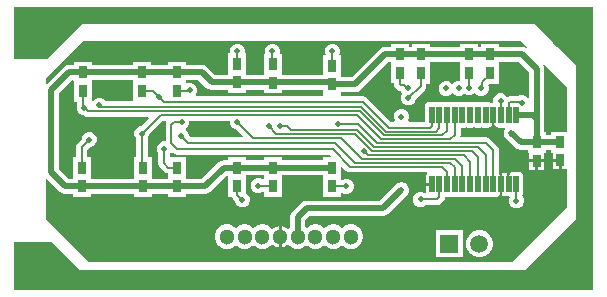
<source format=gbl>
G04*
G04 #@! TF.GenerationSoftware,Altium Limited,Altium Designer,23.10.1 (27)*
G04*
G04 Layer_Physical_Order=2*
G04 Layer_Color=16711680*
%FSLAX25Y25*%
%MOIN*%
G70*
G04*
G04 #@! TF.SameCoordinates,D0F96BE9-EE4C-402D-8CE8-E6F0CD5897FE*
G04*
G04*
G04 #@! TF.FilePolarity,Positive*
G04*
G01*
G75*
%ADD21R,0.03000X0.04000*%
%ADD33C,0.00800*%
%ADD35C,0.02000*%
%ADD36C,0.05118*%
%ADD37R,0.05906X0.05906*%
%ADD38C,0.05906*%
%ADD39C,0.13780*%
%ADD40C,0.02000*%
G04:AMPARAMS|DCode=41|XSize=17.72mil|YSize=55.12mil|CornerRadius=1.95mil|HoleSize=0mil|Usage=FLASHONLY|Rotation=0.000|XOffset=0mil|YOffset=0mil|HoleType=Round|Shape=RoundedRectangle|*
%AMROUNDEDRECTD41*
21,1,0.01772,0.05122,0,0,0.0*
21,1,0.01382,0.05512,0,0,0.0*
1,1,0.00390,0.00691,-0.02561*
1,1,0.00390,-0.00691,-0.02561*
1,1,0.00390,-0.00691,0.02561*
1,1,0.00390,0.00691,0.02561*
%
%ADD41ROUNDEDRECTD41*%
G36*
X172987Y82913D02*
X172668Y82525D01*
X172179Y82852D01*
X171203Y83046D01*
X163400D01*
Y83997D01*
X157400D01*
Y83097D01*
X156600D01*
Y83998D01*
X150600D01*
Y83097D01*
X140400D01*
Y83997D01*
X134400D01*
Y83097D01*
X133400D01*
Y84098D01*
X127400D01*
Y83097D01*
X125548D01*
X124572Y82903D01*
X123745Y82350D01*
X114447Y73052D01*
X111000D01*
Y80200D01*
X110576D01*
X110298Y80616D01*
X110500Y81103D01*
Y82097D01*
X110119Y83016D01*
X109416Y83719D01*
X108497Y84100D01*
X107503D01*
X106584Y83719D01*
X105881Y83016D01*
X105500Y82097D01*
Y81103D01*
X105702Y80616D01*
X105424Y80200D01*
X105000D01*
Y73751D01*
X91100D01*
Y80700D01*
X90769D01*
X90500Y81103D01*
Y82097D01*
X90119Y83016D01*
X89416Y83719D01*
X88497Y84100D01*
X87503D01*
X86584Y83719D01*
X85881Y83016D01*
X85500Y82097D01*
Y81103D01*
X85231Y80700D01*
X85100D01*
Y73751D01*
X79300D01*
Y80898D01*
X78886D01*
X78750Y81103D01*
Y82097D01*
X78369Y83016D01*
X77666Y83719D01*
X76747Y84100D01*
X75753D01*
X74834Y83719D01*
X74131Y83016D01*
X73750Y82097D01*
Y81103D01*
X73614Y80898D01*
X73300D01*
Y73751D01*
X68754D01*
X66204Y76301D01*
X65377Y76853D01*
X64402Y77047D01*
X59100D01*
Y77998D01*
X53100D01*
Y77047D01*
X47400D01*
Y77998D01*
X41400D01*
Y77047D01*
X27700D01*
Y77998D01*
X21700D01*
Y77047D01*
X20198D01*
X19223Y76853D01*
X18396Y76301D01*
X12900Y70805D01*
X12400Y71012D01*
Y72600D01*
X24800Y85000D01*
X170900D01*
X172987Y82913D01*
D02*
G37*
G36*
X65896Y69399D02*
X66723Y68847D01*
X67698Y68653D01*
X73300D01*
Y67702D01*
X79300D01*
Y68653D01*
X85100D01*
Y67503D01*
X91100D01*
Y68653D01*
X105000D01*
Y67003D01*
X105000D01*
X104918Y66537D01*
X62626D01*
X62435Y66999D01*
X62570Y67135D01*
X62951Y68054D01*
Y69048D01*
X62570Y69967D01*
X61867Y70670D01*
X60948Y71051D01*
X59953D01*
X59553Y70885D01*
X59100Y71238D01*
Y71949D01*
X63346D01*
X65896Y69399D01*
D02*
G37*
G36*
X41400Y64837D02*
X32452D01*
X32419Y64916D01*
X31716Y65619D01*
X30797Y66000D01*
X29803D01*
X28884Y65619D01*
X28200Y64935D01*
X28099Y64941D01*
X27700Y65062D01*
Y71949D01*
X41400D01*
Y64837D01*
D02*
G37*
G36*
X150600Y71716D02*
X149619D01*
X148700Y71335D01*
X148000Y70635D01*
X147339Y71296D01*
X146420Y71677D01*
X145426D01*
X144507Y71296D01*
X143804Y70593D01*
X143423Y69674D01*
Y68680D01*
X143804Y67761D01*
X144507Y67058D01*
X145426Y66677D01*
X146420D01*
X147339Y67058D01*
X148039Y67757D01*
X148700Y67097D01*
X149619Y66716D01*
X150613D01*
X151532Y67097D01*
X151950Y67514D01*
X152184Y67281D01*
X153103Y66900D01*
X154097D01*
X155016Y67281D01*
X155500Y67765D01*
X156161Y67104D01*
X157080Y66723D01*
X158074D01*
X158993Y67104D01*
X159696Y67807D01*
X160077Y68726D01*
Y69720D01*
X159779Y70439D01*
X160140Y70800D01*
X163400D01*
Y77948D01*
X170147D01*
X173551Y74544D01*
Y66192D01*
X173051Y65984D01*
X172516Y66519D01*
X171597Y66900D01*
X170603D01*
X169798Y66567D01*
X167030D01*
X166288Y66419D01*
X166263Y66403D01*
X166219Y66416D01*
X165516Y67119D01*
X164597Y67500D01*
X163603D01*
X162684Y67119D01*
X161981Y66416D01*
X161600Y65497D01*
Y64503D01*
X161418Y64230D01*
X160951Y64197D01*
X160391Y64572D01*
X159730Y64703D01*
X158348D01*
X157759Y64586D01*
X157170Y64703D01*
X155789D01*
X155200Y64586D01*
X154611Y64703D01*
X153229D01*
X152641Y64586D01*
X152052Y64703D01*
X150671D01*
X150082Y64586D01*
X149493Y64703D01*
X148111D01*
X147523Y64586D01*
X146934Y64703D01*
X145552D01*
X144964Y64586D01*
X144375Y64703D01*
X142993D01*
X142405Y64586D01*
X141816Y64703D01*
X140434D01*
X139773Y64572D01*
X139212Y64197D01*
X138838Y63636D01*
X138706Y62975D01*
Y58037D01*
X133426D01*
X133183Y58537D01*
X133500Y59303D01*
Y60297D01*
X133119Y61216D01*
X132416Y61919D01*
X131497Y62300D01*
X130503D01*
X129584Y61919D01*
X128881Y61216D01*
X128500Y60297D01*
Y59303D01*
X128817Y58537D01*
X128574Y58037D01*
X127602D01*
X119670Y65970D01*
X119041Y66390D01*
X118300Y66537D01*
X111082D01*
X111000Y67003D01*
X111000D01*
Y67954D01*
X115503D01*
X116479Y68148D01*
X117306Y68701D01*
X118393Y69788D01*
X118616Y69881D01*
X119319Y70584D01*
X119412Y70807D01*
X126603Y77999D01*
X127400D01*
Y70902D01*
X128463D01*
Y70800D01*
X128610Y70059D01*
X129030Y69430D01*
X129596Y68865D01*
X130224Y68445D01*
X130803Y68330D01*
X131015Y67818D01*
X131298Y67534D01*
X131181Y67416D01*
X130800Y66497D01*
Y65503D01*
X131181Y64584D01*
X131884Y63881D01*
X132803Y63500D01*
X133797D01*
X134716Y63881D01*
X135419Y64584D01*
X135800Y65503D01*
Y65760D01*
X138770Y68730D01*
X139190Y69359D01*
X139337Y70100D01*
Y70800D01*
X140400D01*
Y77999D01*
X150600D01*
Y71716D01*
D02*
G37*
G36*
X161738Y57853D02*
X161869Y57192D01*
X162098Y56850D01*
Y56635D01*
X162241D01*
X162244Y56631D01*
X162804Y56257D01*
X163466Y56125D01*
X164848D01*
X165232Y56201D01*
X165479Y55796D01*
X165486Y55722D01*
X165481Y55717D01*
X165384Y55485D01*
X165245Y55276D01*
X165196Y55030D01*
X165100Y54798D01*
Y54547D01*
X165051Y54301D01*
X165100Y54054D01*
Y53803D01*
X165196Y53572D01*
X165245Y53325D01*
X165384Y53117D01*
X165481Y52885D01*
X165658Y52707D01*
X165798Y52498D01*
X168900Y49396D01*
X169727Y48844D01*
X170702Y48649D01*
X173100D01*
Y47698D01*
X173600D01*
Y45600D01*
X176100D01*
X178600D01*
Y47698D01*
X179100D01*
Y48700D01*
X180900D01*
Y47798D01*
X181400D01*
Y45700D01*
X183900D01*
Y45200D01*
X184400D01*
Y42200D01*
X186300D01*
Y29500D01*
X168200Y11400D01*
X26500Y11400D01*
X12400Y25500D01*
Y38888D01*
X12900Y39095D01*
X17195Y34801D01*
X18021Y34248D01*
X18997Y34054D01*
X21400D01*
Y33103D01*
X27400D01*
Y34054D01*
X41800D01*
Y33103D01*
X47800D01*
Y34054D01*
X53300D01*
Y33103D01*
X59300D01*
Y34054D01*
X65503D01*
X66479Y34248D01*
X67305Y34801D01*
X72700Y40195D01*
X73200Y40116D01*
Y33103D01*
X74401D01*
X74410Y33059D01*
X74830Y32430D01*
X75500Y31760D01*
Y31503D01*
X75881Y30584D01*
X76584Y29881D01*
X77503Y29500D01*
X78497D01*
X79416Y29881D01*
X80119Y30584D01*
X80500Y31503D01*
Y32497D01*
X80119Y33416D01*
X79416Y34119D01*
X79200Y34209D01*
Y40251D01*
X85100D01*
Y39143D01*
X84616Y38919D01*
X83697Y39300D01*
X82703D01*
X81784Y38919D01*
X81081Y38216D01*
X80700Y37297D01*
Y36303D01*
X81081Y35384D01*
X81784Y34681D01*
X82703Y34300D01*
X83697D01*
X84581Y34666D01*
X85100D01*
Y33103D01*
X91100D01*
Y40251D01*
X104800D01*
Y33103D01*
X110800D01*
Y34157D01*
X110935Y34271D01*
X111300Y34433D01*
X112103Y34100D01*
X113097D01*
X114016Y34481D01*
X114719Y35184D01*
X115100Y36103D01*
Y37097D01*
X114719Y38016D01*
X114016Y38719D01*
X113097Y39100D01*
X112103D01*
X111300Y38767D01*
X110935Y38929D01*
X110800Y39043D01*
Y42907D01*
X111262Y43098D01*
X112630Y41730D01*
X113259Y41310D01*
X114000Y41163D01*
X139503D01*
X139654Y40663D01*
X139573Y40608D01*
X139309Y40213D01*
X139216Y39747D01*
Y37686D01*
X141125D01*
Y36686D01*
X139216D01*
Y34627D01*
X139208Y34618D01*
X138976Y34442D01*
X138762Y34342D01*
X137897Y34700D01*
X136903D01*
X135984Y34319D01*
X135281Y33616D01*
X134900Y32697D01*
Y31703D01*
X135281Y30784D01*
X135984Y30081D01*
X136903Y29700D01*
X137897D01*
X138816Y30081D01*
X138998Y30263D01*
X142800D01*
X143541Y30410D01*
X144170Y30830D01*
X145054Y31714D01*
X145474Y32343D01*
X145584Y32897D01*
X146934D01*
X147523Y33014D01*
X148111Y32897D01*
X149493D01*
X150082Y33014D01*
X150671Y32897D01*
X152052D01*
X152641Y33014D01*
X153229Y32897D01*
X154611D01*
X155200Y33014D01*
X155789Y32897D01*
X157170D01*
X157759Y33014D01*
X158348Y32897D01*
X159730D01*
X160318Y33014D01*
X160907Y32897D01*
X162289D01*
X162950Y33028D01*
X163511Y33403D01*
X163513Y33406D01*
X163657D01*
Y33621D01*
X163885Y33963D01*
X164017Y34625D01*
Y37186D01*
Y39747D01*
X163885Y40408D01*
X163657Y40750D01*
Y40965D01*
X163535D01*
Y48502D01*
X163387Y49244D01*
X162968Y49872D01*
X160570Y52270D01*
X159941Y52690D01*
X159200Y52837D01*
X150998D01*
X150647Y53337D01*
X150740Y53802D01*
Y56125D01*
X152052D01*
X152641Y56242D01*
X153229Y56125D01*
X154611D01*
X155200Y56242D01*
X155789Y56125D01*
X157170D01*
X157759Y56242D01*
X158348Y56125D01*
X159730D01*
X160391Y56257D01*
X160951Y56631D01*
X160954Y56635D01*
X161246D01*
X161098Y56850D01*
X161326Y57192D01*
X161458Y57853D01*
Y60414D01*
X161738D01*
Y57853D01*
D02*
G37*
G36*
X186300Y69600D02*
Y54798D01*
X180900D01*
Y53797D01*
X179100D01*
Y54698D01*
X178649D01*
Y59100D01*
Y75600D01*
X178455Y76575D01*
X178128Y77065D01*
X178516Y77384D01*
X186300Y69600D01*
D02*
G37*
G36*
X73750Y57653D02*
X74131Y56734D01*
X74834Y56031D01*
X75753Y55650D01*
X76010D01*
X78361Y53299D01*
X78170Y52837D01*
X60802D01*
X60100Y53540D01*
Y53797D01*
X59719Y54716D01*
X59173Y55263D01*
X59127Y55679D01*
X59212Y55877D01*
X59819Y56484D01*
X60200Y57403D01*
Y58363D01*
X73750D01*
Y57653D01*
D02*
G37*
G36*
X54830Y47630D02*
X55459Y47210D01*
X56200Y47063D01*
X107246D01*
X107483Y46768D01*
X107278Y46300D01*
X104800D01*
Y45349D01*
X91100D01*
Y46300D01*
X85100D01*
Y45349D01*
X79200D01*
Y46300D01*
X73200D01*
Y45349D01*
X71700D01*
X70724Y45155D01*
X69898Y44602D01*
X64447Y39152D01*
X59300D01*
Y46300D01*
X53837D01*
Y47402D01*
X54019Y47584D01*
X54098Y47774D01*
X54589Y47872D01*
X54830Y47630D01*
D02*
G37*
G36*
X52631Y57922D02*
X52510Y57741D01*
X52363Y57000D01*
Y51500D01*
X51403D01*
X50484Y51119D01*
X49781Y50416D01*
X49400Y49497D01*
Y48503D01*
X49781Y47584D01*
X49963Y47402D01*
Y44200D01*
X50110Y43459D01*
X50530Y42830D01*
X51930Y41430D01*
X52559Y41010D01*
X53300Y40863D01*
Y39152D01*
X47800D01*
Y46300D01*
X46437D01*
Y52502D01*
X46619Y52684D01*
X47000Y53603D01*
Y53860D01*
X51502Y58363D01*
X52395D01*
X52631Y57922D01*
D02*
G37*
G36*
X21700Y71819D02*
Y64802D01*
X22763D01*
Y63725D01*
X22832Y63375D01*
X22800Y63297D01*
Y62303D01*
X23181Y61384D01*
X23884Y60681D01*
X24803Y60300D01*
X25060D01*
X25130Y60230D01*
X25759Y59810D01*
X26500Y59663D01*
X46670D01*
X46861Y59201D01*
X44260Y56600D01*
X44003D01*
X43084Y56219D01*
X42381Y55516D01*
X42000Y54597D01*
Y53603D01*
X42381Y52684D01*
X42563Y52502D01*
Y46300D01*
X41800D01*
Y39152D01*
X27400D01*
Y46300D01*
X26337D01*
Y48798D01*
X27140Y49600D01*
X27397D01*
X28316Y49981D01*
X29019Y50684D01*
X29400Y51603D01*
Y52597D01*
X29019Y53516D01*
X28316Y54219D01*
X27397Y54600D01*
X26403D01*
X25484Y54219D01*
X24781Y53516D01*
X24400Y52597D01*
Y52340D01*
X23030Y50970D01*
X22610Y50341D01*
X22463Y49600D01*
Y46300D01*
X21400D01*
Y39152D01*
X20053D01*
X16849Y42356D01*
Y67544D01*
X21200Y71895D01*
X21700Y71819D01*
D02*
G37*
G36*
X194780Y3200D02*
X194858Y2810D01*
X194880Y2776D01*
Y2020D01*
X2020D01*
Y18000D01*
X14500D01*
X23800Y8700D01*
X172100D01*
X189200Y25800D01*
X189200Y76900D01*
X175600Y90500D01*
X24400D01*
X12800Y78900D01*
X2020D01*
Y96280D01*
X194780Y96280D01*
Y3200D01*
D02*
G37*
%LPC*%
G36*
X183400Y44700D02*
X181400D01*
Y42200D01*
X183400D01*
Y44700D01*
D02*
G37*
G36*
X178600Y44600D02*
X176600D01*
Y42100D01*
X178600D01*
Y44600D01*
D02*
G37*
G36*
X175600D02*
X173600D01*
Y42100D01*
X175600D01*
Y44600D01*
D02*
G37*
G36*
X169966Y41475D02*
X168584D01*
X167923Y41343D01*
X167362Y40969D01*
X167359Y40965D01*
X167216D01*
Y40750D01*
X166987Y40408D01*
X166856Y39747D01*
Y37186D01*
X166216D01*
Y40965D01*
X166025D01*
X165559Y40872D01*
X165436Y40791D01*
X165314Y40872D01*
X164848Y40965D01*
X164657D01*
Y37186D01*
Y33406D01*
X164848D01*
X165314Y33499D01*
X165436Y33581D01*
X165559Y33499D01*
X166025Y33406D01*
X166718D01*
X167052Y32906D01*
X166800Y32297D01*
Y31303D01*
X167181Y30384D01*
X167884Y29681D01*
X168803Y29300D01*
X169797D01*
X170716Y29681D01*
X171419Y30384D01*
X171800Y31303D01*
Y32297D01*
X171419Y33216D01*
X171225Y33411D01*
Y33458D01*
X171562Y33964D01*
X171694Y34625D01*
Y39747D01*
X171562Y40408D01*
X171188Y40969D01*
X170627Y41343D01*
X169966Y41475D01*
D02*
G37*
G36*
X85176Y23859D02*
X84107D01*
X83075Y23582D01*
X82149Y23048D01*
X81689Y22588D01*
X81229Y23048D01*
X80303Y23582D01*
X79271Y23859D01*
X78202D01*
X77170Y23582D01*
X76244Y23048D01*
X75783Y22587D01*
X75323Y23048D01*
X74397Y23582D01*
X73365Y23859D01*
X72296D01*
X71264Y23582D01*
X70338Y23048D01*
X69582Y22292D01*
X69048Y21367D01*
X68771Y20334D01*
Y19266D01*
X69048Y18233D01*
X69582Y17308D01*
X70338Y16552D01*
X71264Y16018D01*
X72296Y15741D01*
X73365D01*
X74397Y16018D01*
X75323Y16552D01*
X75783Y17013D01*
X76244Y16552D01*
X77170Y16018D01*
X78202Y15741D01*
X79271D01*
X80303Y16018D01*
X81229Y16552D01*
X81689Y17012D01*
X82149Y16552D01*
X83075Y16018D01*
X84107Y15741D01*
X85176D01*
X86208Y16018D01*
X87134Y16552D01*
X87889Y17308D01*
X87993Y17321D01*
X88362Y16952D01*
X89174Y16484D01*
X90048Y16249D01*
Y19800D01*
Y23351D01*
X89174Y23117D01*
X88362Y22648D01*
X87993Y22279D01*
X87889Y22292D01*
X87134Y23048D01*
X86208Y23582D01*
X85176Y23859D01*
D02*
G37*
G36*
X131000Y37949D02*
X130754Y37900D01*
X130503D01*
X130271Y37804D01*
X130025Y37755D01*
X129816Y37615D01*
X129584Y37519D01*
X129406Y37342D01*
X129198Y37202D01*
X123744Y31749D01*
X99400D01*
X98425Y31555D01*
X97598Y31002D01*
X94650Y28054D01*
X94097Y27227D01*
X93903Y26252D01*
Y22991D01*
X93204Y22292D01*
X93102Y22279D01*
X92733Y22648D01*
X91921Y23117D01*
X91048Y23351D01*
Y19800D01*
Y16249D01*
X91921Y16484D01*
X92733Y16952D01*
X93102Y17321D01*
X93204Y17308D01*
X93960Y16552D01*
X94886Y16018D01*
X95918Y15741D01*
X96987D01*
X98019Y16018D01*
X98945Y16552D01*
X99405Y17013D01*
X99866Y16552D01*
X100792Y16018D01*
X101824Y15741D01*
X102893D01*
X103925Y16018D01*
X104851Y16552D01*
X105311Y17012D01*
X105771Y16552D01*
X106697Y16018D01*
X107729Y15741D01*
X108798D01*
X109830Y16018D01*
X110756Y16552D01*
X111216Y17013D01*
X111677Y16552D01*
X112603Y16018D01*
X113635Y15741D01*
X114704D01*
X115736Y16018D01*
X116662Y16552D01*
X117418Y17308D01*
X117952Y18233D01*
X118228Y19266D01*
Y20334D01*
X117952Y21367D01*
X117418Y22292D01*
X116662Y23048D01*
X115736Y23582D01*
X114704Y23859D01*
X113635D01*
X112603Y23582D01*
X111677Y23048D01*
X111216Y22587D01*
X110756Y23048D01*
X109830Y23582D01*
X108798Y23859D01*
X107729D01*
X106697Y23582D01*
X105771Y23048D01*
X105311Y22588D01*
X104851Y23048D01*
X103925Y23582D01*
X102893Y23859D01*
X101824D01*
X100792Y23582D01*
X99866Y23048D01*
X99405Y22587D01*
X99001Y22992D01*
Y25196D01*
X100456Y26651D01*
X124800D01*
X125776Y26845D01*
X126602Y27398D01*
X132802Y33598D01*
X132942Y33806D01*
X133119Y33984D01*
X133215Y34216D01*
X133355Y34424D01*
X133404Y34671D01*
X133500Y34903D01*
Y35154D01*
X133549Y35400D01*
X133500Y35646D01*
Y35897D01*
X133404Y36129D01*
X133355Y36375D01*
X133215Y36584D01*
X133119Y36816D01*
X132942Y36994D01*
X132802Y37202D01*
X132594Y37342D01*
X132416Y37519D01*
X132184Y37615D01*
X131975Y37755D01*
X131729Y37804D01*
X131497Y37900D01*
X131246D01*
X131000Y37949D01*
D02*
G37*
G36*
X157586Y21853D02*
X156414D01*
X155281Y21549D01*
X154266Y20963D01*
X153437Y20134D01*
X152851Y19119D01*
X152547Y17986D01*
Y16814D01*
X152851Y15681D01*
X153437Y14666D01*
X154266Y13837D01*
X155281Y13251D01*
X156414Y12947D01*
X157586D01*
X158719Y13251D01*
X159734Y13837D01*
X160563Y14666D01*
X161149Y15681D01*
X161453Y16814D01*
Y17986D01*
X161149Y19119D01*
X160563Y20134D01*
X159734Y20963D01*
X158719Y21549D01*
X157586Y21853D01*
D02*
G37*
G36*
X151453D02*
X142547D01*
Y12947D01*
X151453D01*
Y21853D01*
D02*
G37*
%LPD*%
D21*
X130400Y80598D02*
D03*
Y74402D02*
D03*
X176100Y51198D02*
D03*
Y45100D02*
D03*
X183900Y45200D02*
D03*
Y51298D02*
D03*
X88100Y36603D02*
D03*
Y42800D02*
D03*
X108000Y76700D02*
D03*
Y70503D02*
D03*
X107800Y36603D02*
D03*
Y42800D02*
D03*
X88100Y77200D02*
D03*
Y71003D02*
D03*
X56300Y42800D02*
D03*
Y36603D02*
D03*
X76300Y77398D02*
D03*
Y71202D02*
D03*
X76200Y36603D02*
D03*
Y42800D02*
D03*
X56100Y68302D02*
D03*
Y74498D02*
D03*
X153600Y80498D02*
D03*
Y74302D02*
D03*
X24400Y42800D02*
D03*
Y36603D02*
D03*
X44400Y68302D02*
D03*
Y74498D02*
D03*
X44800Y42800D02*
D03*
Y36603D02*
D03*
X24700Y68302D02*
D03*
Y74498D02*
D03*
X160400Y80497D02*
D03*
Y74300D02*
D03*
X137400Y80497D02*
D03*
Y74300D02*
D03*
D33*
X142800Y32200D02*
X143684Y33084D01*
X137400Y32200D02*
X142800D01*
X169287Y31813D02*
X169300Y31800D01*
X169275Y37186D02*
X169287Y37173D01*
Y31813D02*
Y37173D01*
X112597Y36603D02*
X112600Y36600D01*
X107800Y36603D02*
X112597D01*
X76250Y77448D02*
Y81600D01*
Y77448D02*
X76300Y77398D01*
X88000Y77300D02*
X88100Y77200D01*
X88000Y77300D02*
Y81600D01*
X108000Y76700D02*
Y81600D01*
X170870Y64630D02*
X171100Y64400D01*
X167030Y64630D02*
X170870D01*
X166716Y64316D02*
X167030Y64630D01*
X166716Y60414D02*
Y64316D01*
X164128Y60443D02*
Y64972D01*
X164100Y65000D02*
X164128Y64972D01*
Y60443D02*
X164157Y60414D01*
X157577Y69223D02*
X157807Y69453D01*
X160400Y73800D02*
Y74300D01*
X157807Y71207D02*
X160400Y73800D01*
X157807Y69453D02*
Y71207D01*
X153600Y69400D02*
Y74302D01*
Y69400D02*
X153800Y69200D01*
X132809Y69234D02*
X133134D01*
X131809Y70234D02*
X132809Y69234D01*
X130966Y70234D02*
X131809D01*
X130400Y70800D02*
X130966Y70234D01*
X130400Y70800D02*
Y74402D01*
X133300Y66000D02*
X137400Y70100D01*
Y74300D01*
X83397Y36603D02*
X88100D01*
X83200Y36800D02*
X83397Y36603D01*
X76200Y33800D02*
X78000Y32000D01*
X76200Y33800D02*
Y36603D01*
X51900Y44200D02*
X53300Y42800D01*
X51900Y44200D02*
Y49000D01*
X53300Y42800D02*
X56300D01*
X56200Y49000D02*
X108100D01*
X54300Y50900D02*
X56200Y49000D01*
X108100D02*
X114000Y43100D01*
X44500D02*
X44800Y42800D01*
X44500Y43100D02*
Y54100D01*
X24400Y42800D02*
Y49600D01*
X26900Y52100D01*
X60451Y68551D02*
X60700Y68800D01*
X60202Y68302D02*
X60451Y68551D01*
X56100Y68302D02*
X60202D01*
X48198D02*
X50300Y66200D01*
X44400Y68302D02*
X48198D01*
X24700Y63725D02*
X25300Y63125D01*
X24700Y63725D02*
Y68302D01*
X25300Y62800D02*
Y63125D01*
X51900Y64600D02*
X118300D01*
X50300Y66200D02*
X51900Y64600D01*
X26500Y61600D02*
X117100D01*
X25300Y62800D02*
X26500Y61600D01*
X50700Y60300D02*
X116200D01*
X44500Y54100D02*
X50700Y60300D01*
X55200Y57900D02*
X57700D01*
X54300Y50900D02*
Y57000D01*
X55200Y57900D01*
X60000Y50900D02*
X109000D01*
X57600Y53300D02*
X60000Y50900D01*
X81650Y52750D02*
X110850D01*
X76250Y58150D02*
X81650Y52750D01*
X117900Y45700D02*
X149000D01*
X118631Y48331D02*
X119962Y47000D01*
X151700D01*
X110850Y52750D02*
X117900Y45700D01*
X94240Y55350D02*
X116250D01*
X90500Y56700D02*
X92891D01*
X94240Y55350D01*
X89150Y54050D02*
X115537D01*
X86700Y56500D02*
X89150Y54050D01*
X109700Y57300D02*
X116600D01*
X123000Y50900D01*
X116250Y55350D02*
X122000Y49600D01*
X115537Y54050D02*
X121287Y48300D01*
X122000Y49600D02*
X156400D01*
X121287Y48300D02*
X154600D01*
X123000Y50900D02*
X159200D01*
X115500Y44400D02*
X147300D01*
X109000Y50900D02*
X115500Y44400D01*
X114000Y43100D02*
X144600D01*
X118300Y64600D02*
X126800Y56100D01*
X117639Y62900D02*
X125739Y54800D01*
X142500D01*
X30900Y62900D02*
X117639D01*
X30300Y63500D02*
X30900Y62900D01*
X117100Y61600D02*
X125200Y53500D01*
X116200Y60300D02*
X124300Y52200D01*
X140657Y56100D02*
X141125Y56569D01*
X126800Y56100D02*
X140657D01*
X141125Y56569D02*
Y60414D01*
X143684Y55984D02*
Y60414D01*
X142500Y54800D02*
X143684Y55984D01*
X125200Y53500D02*
X144600D01*
X146243Y55143D01*
Y60414D01*
X124300Y52200D02*
X147200D01*
X148802Y53802D01*
Y60414D01*
X143684Y33084D02*
Y37186D01*
X144600Y43100D02*
X146243Y41457D01*
Y37186D02*
Y41457D01*
X147300Y44400D02*
X148802Y42898D01*
Y37186D02*
Y42898D01*
X149000Y45700D02*
X151361Y43339D01*
Y37186D02*
Y43339D01*
X151700Y47000D02*
X153920Y44780D01*
Y37186D02*
Y44780D01*
X154600Y48300D02*
X156480Y46420D01*
Y37186D02*
Y46420D01*
X156400Y49600D02*
X159039Y46961D01*
Y37186D02*
Y46961D01*
X159200Y50900D02*
X161598Y48502D01*
Y37186D02*
Y48502D01*
D35*
X99400Y29200D02*
X124800D01*
X131000Y35400D01*
X96452Y26252D02*
X99400Y29200D01*
X96452Y19800D02*
Y26252D01*
X14300Y41300D02*
X18997Y36603D01*
X24400D01*
X14300Y41300D02*
Y68600D01*
X20198Y74498D01*
X24700D01*
X76300Y71202D02*
X107500D01*
X67698D02*
X76300D01*
X64402Y74498D02*
X67698Y71202D01*
X56100Y74498D02*
X64402D01*
X56300Y36603D02*
X65503D01*
X44800D02*
X56300D01*
X24400D02*
X44800D01*
X71700Y42800D02*
X76200D01*
X65503Y36603D02*
X71700Y42800D01*
X88100D02*
X107800D01*
X76200D02*
X88100D01*
X125548Y80548D02*
X160349D01*
X115503Y70503D02*
X125548Y80548D01*
X108000Y70503D02*
X115503D01*
X108000D02*
Y70702D01*
X107500Y71202D02*
X108000Y70702D01*
X44400Y74498D02*
X56100D01*
X24700D02*
X44400D01*
X176100Y59100D02*
Y75600D01*
Y51198D02*
Y59100D01*
X171203Y80497D02*
X176100Y75600D01*
X160400Y80497D02*
X171203D01*
X160349Y80548D02*
X160400Y80497D01*
X167600Y54301D02*
X170702Y51198D01*
X176100D01*
X176150Y51248D02*
X183850D01*
X183900Y51298D01*
X176100Y51198D02*
X176150Y51248D01*
X169275Y60414D02*
X174786D01*
X176100Y59100D01*
D36*
X114170Y19800D02*
D03*
X108264D02*
D03*
X102358D02*
D03*
X96452D02*
D03*
X90548D02*
D03*
X84641D02*
D03*
X78737D02*
D03*
X72830D02*
D03*
D37*
X147000Y17400D02*
D03*
D38*
X157000D02*
D03*
D39*
X187008Y88583D02*
D03*
X9843Y9843D02*
D03*
Y88583D02*
D03*
X187008Y9843D02*
D03*
D40*
X182000Y72000D02*
D03*
X179500Y37000D02*
D03*
X182000Y32000D02*
D03*
X179500Y27000D02*
D03*
X174500Y37000D02*
D03*
X177000Y32000D02*
D03*
X174500Y27000D02*
D03*
X177000Y22000D02*
D03*
X172000Y72000D02*
D03*
X167000D02*
D03*
X164500Y27000D02*
D03*
X159500D02*
D03*
X162000Y22000D02*
D03*
X139500Y67000D02*
D03*
X137000Y62000D02*
D03*
X129500Y67000D02*
D03*
X124500D02*
D03*
X119500Y37000D02*
D03*
X117000Y82000D02*
D03*
X114500Y77000D02*
D03*
X112000Y82000D02*
D03*
X102000D02*
D03*
X97000D02*
D03*
X92000D02*
D03*
X82000D02*
D03*
X74500Y27000D02*
D03*
X72000Y82000D02*
D03*
X69500Y57000D02*
D03*
X72000Y32000D02*
D03*
X69500Y27000D02*
D03*
X67000Y82000D02*
D03*
X64500Y57000D02*
D03*
X67000Y32000D02*
D03*
X64500Y27000D02*
D03*
X67000Y22000D02*
D03*
X64500Y17000D02*
D03*
X62000Y82000D02*
D03*
Y32000D02*
D03*
X59500Y27000D02*
D03*
X62000Y22000D02*
D03*
X59500Y17000D02*
D03*
X57000Y82000D02*
D03*
Y32000D02*
D03*
X54500Y27000D02*
D03*
X57000Y22000D02*
D03*
X54500Y17000D02*
D03*
X52000Y82000D02*
D03*
Y32000D02*
D03*
X49500Y27000D02*
D03*
X52000Y22000D02*
D03*
X49500Y17000D02*
D03*
X47000Y82000D02*
D03*
Y32000D02*
D03*
X44500Y27000D02*
D03*
X47000Y22000D02*
D03*
X44500Y17000D02*
D03*
X42000Y82000D02*
D03*
X39500Y67000D02*
D03*
Y57000D02*
D03*
Y47000D02*
D03*
X42000Y32000D02*
D03*
X39500Y27000D02*
D03*
X42000Y22000D02*
D03*
X39500Y17000D02*
D03*
X37000Y82000D02*
D03*
X34500Y57000D02*
D03*
X37000Y52000D02*
D03*
Y32000D02*
D03*
X34500Y27000D02*
D03*
X37000Y22000D02*
D03*
X34500Y17000D02*
D03*
X32000Y82000D02*
D03*
X29500Y67000D02*
D03*
X32000Y52000D02*
D03*
X29500Y47000D02*
D03*
X32000Y32000D02*
D03*
X29500Y27000D02*
D03*
X32000Y22000D02*
D03*
X29500Y17000D02*
D03*
X27000Y82000D02*
D03*
X24500Y57000D02*
D03*
X27000Y32000D02*
D03*
X24500Y27000D02*
D03*
X27000Y22000D02*
D03*
X24500Y17000D02*
D03*
X19500Y67000D02*
D03*
Y57000D02*
D03*
X22000Y52000D02*
D03*
X19500Y47000D02*
D03*
X22000Y32000D02*
D03*
X19500Y27000D02*
D03*
X22000Y22000D02*
D03*
X17000Y32000D02*
D03*
X14500Y27000D02*
D03*
X117200Y72000D02*
D03*
X131000Y59800D02*
D03*
Y35400D02*
D03*
X137400Y32200D02*
D03*
X169300Y31800D02*
D03*
X112600Y36600D02*
D03*
X76250Y81600D02*
D03*
X88000D02*
D03*
X108000D02*
D03*
X167600Y54301D02*
D03*
X171100Y64400D02*
D03*
X164100Y65000D02*
D03*
X145923Y69177D02*
D03*
X150116Y69216D02*
D03*
X157577Y69223D02*
D03*
X153600Y69400D02*
D03*
X133300Y66000D02*
D03*
X133134Y69234D02*
D03*
X83200Y36800D02*
D03*
X78000Y32000D02*
D03*
X51900Y49000D02*
D03*
X26900Y52100D02*
D03*
X60451Y68551D02*
D03*
X50300Y66200D02*
D03*
X25300Y62800D02*
D03*
X30300Y63500D02*
D03*
X44500Y54100D02*
D03*
X57600Y53300D02*
D03*
X57700Y57900D02*
D03*
X76250Y58150D02*
D03*
X86700Y56500D02*
D03*
X90500Y56700D02*
D03*
X109700Y57300D02*
D03*
X118600Y48300D02*
D03*
D41*
X169275Y37186D02*
D03*
X166716D02*
D03*
X164157D02*
D03*
X161598D02*
D03*
X159039D02*
D03*
X156480D02*
D03*
X153920D02*
D03*
X151361D02*
D03*
X148802D02*
D03*
X146243D02*
D03*
X143684D02*
D03*
X141125D02*
D03*
X169275Y60414D02*
D03*
X166716D02*
D03*
X164157D02*
D03*
X161598D02*
D03*
X159039D02*
D03*
X156480D02*
D03*
X153920D02*
D03*
X151361D02*
D03*
X148802D02*
D03*
X146243D02*
D03*
X143684D02*
D03*
X141125D02*
D03*
M02*

</source>
